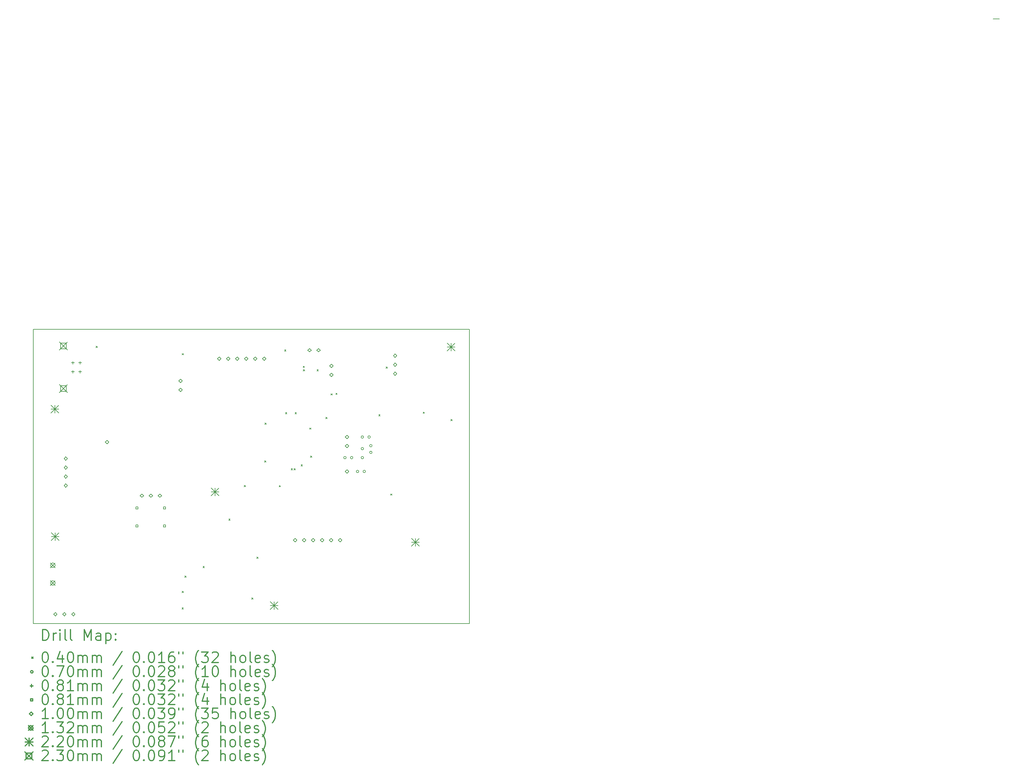
<source format=gbr>
%FSLAX45Y45*%
G04 Gerber Fmt 4.5, Leading zero omitted, Abs format (unit mm)*
G04 Created by KiCad (PCBNEW 4.0.4-stable) date 09/20/17 09:44:48*
%MOMM*%
%LPD*%
G01*
G04 APERTURE LIST*
%ADD10C,0.127000*%
%ADD11C,0.150000*%
%ADD12C,0.200000*%
%ADD13C,0.300000*%
G04 APERTURE END LIST*
D10*
D11*
X29718000Y0D02*
X29540200Y0D01*
X14757400Y-17067500D02*
X14757400Y-8762494D01*
X2447500Y-17068800D02*
X14757500Y-17068800D01*
X2447500Y-8762497D02*
X2447500Y-17068802D01*
X14757501Y-8763000D02*
X2447500Y-8763000D01*
D12*
X4220000Y-9241000D02*
X4260000Y-9281000D01*
X4260000Y-9241000D02*
X4220000Y-9281000D01*
X6642000Y-16621000D02*
X6682000Y-16661000D01*
X6682000Y-16621000D02*
X6642000Y-16661000D01*
X6646000Y-16157000D02*
X6686000Y-16197000D01*
X6686000Y-16157000D02*
X6646000Y-16197000D01*
X6650000Y-9448000D02*
X6690000Y-9488000D01*
X6690000Y-9448000D02*
X6650000Y-9488000D01*
X6722000Y-15725000D02*
X6762000Y-15765000D01*
X6762000Y-15725000D02*
X6722000Y-15765000D01*
X7235000Y-15455000D02*
X7275000Y-15495000D01*
X7275000Y-15455000D02*
X7235000Y-15495000D01*
X7964000Y-14116000D02*
X8004000Y-14156000D01*
X8004000Y-14116000D02*
X7964000Y-14156000D01*
X8402500Y-13166500D02*
X8442500Y-13206500D01*
X8442500Y-13166500D02*
X8402500Y-13206500D01*
X8612000Y-16341000D02*
X8652000Y-16381000D01*
X8652000Y-16341000D02*
X8612000Y-16381000D01*
X8756000Y-15192000D02*
X8796000Y-15232000D01*
X8796000Y-15192000D02*
X8756000Y-15232000D01*
X8978000Y-12475000D02*
X9018000Y-12515000D01*
X9018000Y-12475000D02*
X8978000Y-12515000D01*
X8982000Y-11408000D02*
X9022000Y-11448000D01*
X9022000Y-11408000D02*
X8982000Y-11448000D01*
X9387000Y-13174000D02*
X9427000Y-13214000D01*
X9427000Y-13174000D02*
X9387000Y-13214000D01*
X9538000Y-9340000D02*
X9578000Y-9380000D01*
X9578000Y-9340000D02*
X9538000Y-9380000D01*
X9565000Y-11112500D02*
X9605000Y-11152500D01*
X9605000Y-11112500D02*
X9565000Y-11152500D01*
X9725000Y-12696000D02*
X9765000Y-12736000D01*
X9765000Y-12696000D02*
X9725000Y-12736000D01*
X9806000Y-12695499D02*
X9846000Y-12735499D01*
X9846000Y-12695499D02*
X9806000Y-12735499D01*
X9835000Y-11112500D02*
X9875000Y-11152500D01*
X9875000Y-11112500D02*
X9835000Y-11152500D01*
X10005000Y-12587000D02*
X10045000Y-12627000D01*
X10045000Y-12587000D02*
X10005000Y-12627000D01*
X10064000Y-9803000D02*
X10104000Y-9843000D01*
X10104000Y-9803000D02*
X10064000Y-9843000D01*
X10065750Y-9898000D02*
X10105750Y-9938000D01*
X10105750Y-9898000D02*
X10065750Y-9938000D01*
X10243000Y-11547000D02*
X10283000Y-11587000D01*
X10283000Y-11547000D02*
X10243000Y-11587000D01*
X10270000Y-12337000D02*
X10310000Y-12377000D01*
X10310000Y-12337000D02*
X10270000Y-12377000D01*
X10452000Y-9902000D02*
X10492000Y-9942000D01*
X10492000Y-9902000D02*
X10452000Y-9942000D01*
X10701000Y-11247000D02*
X10741000Y-11287000D01*
X10741000Y-11247000D02*
X10701000Y-11287000D01*
X10844000Y-10582000D02*
X10884000Y-10622000D01*
X10884000Y-10582000D02*
X10844000Y-10622000D01*
X10987000Y-10566000D02*
X11027000Y-10606000D01*
X11027000Y-10566000D02*
X10987000Y-10606000D01*
X12197000Y-11172000D02*
X12237000Y-11212000D01*
X12237000Y-11172000D02*
X12197000Y-11212000D01*
X12405000Y-9822000D02*
X12445000Y-9862000D01*
X12445000Y-9822000D02*
X12405000Y-9862000D01*
X12531000Y-13411000D02*
X12571000Y-13451000D01*
X12571000Y-13411000D02*
X12531000Y-13451000D01*
X13450000Y-11099000D02*
X13490000Y-11139000D01*
X13490000Y-11099000D02*
X13450000Y-11139000D01*
X14234000Y-11309000D02*
X14274000Y-11349000D01*
X14274000Y-11309000D02*
X14234000Y-11349000D01*
X11278000Y-12387000D02*
G75*
G03X11278000Y-12387000I-35000J0D01*
G01*
X11468000Y-12387000D02*
G75*
G03X11468000Y-12387000I-35000J0D01*
G01*
X11634000Y-12776000D02*
G75*
G03X11634000Y-12776000I-35000J0D01*
G01*
X11769000Y-12133000D02*
G75*
G03X11769000Y-12133000I-35000J0D01*
G01*
X11769000Y-12387000D02*
G75*
G03X11769000Y-12387000I-35000J0D01*
G01*
X11770000Y-11806000D02*
G75*
G03X11770000Y-11806000I-35000J0D01*
G01*
X11824000Y-12776000D02*
G75*
G03X11824000Y-12776000I-35000J0D01*
G01*
X11960000Y-11806000D02*
G75*
G03X11960000Y-11806000I-35000J0D01*
G01*
X12010000Y-12049000D02*
G75*
G03X12010000Y-12049000I-35000J0D01*
G01*
X12010000Y-12239000D02*
G75*
G03X12010000Y-12239000I-35000J0D01*
G01*
X3565000Y-9667500D02*
X3565000Y-9748500D01*
X3524500Y-9708000D02*
X3605500Y-9708000D01*
X3565000Y-9921500D02*
X3565000Y-10002500D01*
X3524500Y-9962000D02*
X3605500Y-9962000D01*
X3765000Y-9667500D02*
X3765000Y-9748500D01*
X3724500Y-9708000D02*
X3805500Y-9708000D01*
X3765000Y-9921500D02*
X3765000Y-10002500D01*
X3724500Y-9962000D02*
X3805500Y-9962000D01*
X5401237Y-13835737D02*
X5401237Y-13778263D01*
X5343763Y-13778263D01*
X5343763Y-13835737D01*
X5401237Y-13835737D01*
X5401237Y-14343737D02*
X5401237Y-14286263D01*
X5343763Y-14286263D01*
X5343763Y-14343737D01*
X5401237Y-14343737D01*
X6178737Y-13834737D02*
X6178737Y-13777263D01*
X6121263Y-13777263D01*
X6121263Y-13834737D01*
X6178737Y-13834737D01*
X6178737Y-14342737D02*
X6178737Y-14285263D01*
X6121263Y-14285263D01*
X6121263Y-14342737D01*
X6178737Y-14342737D01*
X3069500Y-16857500D02*
X3119500Y-16807500D01*
X3069500Y-16757500D01*
X3019500Y-16807500D01*
X3069500Y-16857500D01*
X3323500Y-16857500D02*
X3373500Y-16807500D01*
X3323500Y-16757500D01*
X3273500Y-16807500D01*
X3323500Y-16857500D01*
X3365000Y-12466000D02*
X3415000Y-12416000D01*
X3365000Y-12366000D01*
X3315000Y-12416000D01*
X3365000Y-12466000D01*
X3365000Y-12720000D02*
X3415000Y-12670000D01*
X3365000Y-12620000D01*
X3315000Y-12670000D01*
X3365000Y-12720000D01*
X3365000Y-12974000D02*
X3415000Y-12924000D01*
X3365000Y-12874000D01*
X3315000Y-12924000D01*
X3365000Y-12974000D01*
X3365000Y-13228000D02*
X3415000Y-13178000D01*
X3365000Y-13128000D01*
X3315000Y-13178000D01*
X3365000Y-13228000D01*
X3577500Y-16857500D02*
X3627500Y-16807500D01*
X3577500Y-16757500D01*
X3527500Y-16807500D01*
X3577500Y-16857500D01*
X4530000Y-11995000D02*
X4580000Y-11945000D01*
X4530000Y-11895000D01*
X4480000Y-11945000D01*
X4530000Y-11995000D01*
X5511000Y-13510000D02*
X5561000Y-13460000D01*
X5511000Y-13410000D01*
X5461000Y-13460000D01*
X5511000Y-13510000D01*
X5765000Y-13510000D02*
X5815000Y-13460000D01*
X5765000Y-13410000D01*
X5715000Y-13460000D01*
X5765000Y-13510000D01*
X6019000Y-13510000D02*
X6069000Y-13460000D01*
X6019000Y-13410000D01*
X5969000Y-13460000D01*
X6019000Y-13510000D01*
X6602500Y-10273500D02*
X6652500Y-10223500D01*
X6602500Y-10173500D01*
X6552500Y-10223500D01*
X6602500Y-10273500D01*
X6602500Y-10527500D02*
X6652500Y-10477500D01*
X6602500Y-10427500D01*
X6552500Y-10477500D01*
X6602500Y-10527500D01*
X7693000Y-9644000D02*
X7743000Y-9594000D01*
X7693000Y-9544000D01*
X7643000Y-9594000D01*
X7693000Y-9644000D01*
X7947000Y-9644000D02*
X7997000Y-9594000D01*
X7947000Y-9544000D01*
X7897000Y-9594000D01*
X7947000Y-9644000D01*
X8201000Y-9644000D02*
X8251000Y-9594000D01*
X8201000Y-9544000D01*
X8151000Y-9594000D01*
X8201000Y-9644000D01*
X8455000Y-9644000D02*
X8505000Y-9594000D01*
X8455000Y-9544000D01*
X8405000Y-9594000D01*
X8455000Y-9644000D01*
X8709000Y-9644000D02*
X8759000Y-9594000D01*
X8709000Y-9544000D01*
X8659000Y-9594000D01*
X8709000Y-9644000D01*
X8963000Y-9644000D02*
X9013000Y-9594000D01*
X8963000Y-9544000D01*
X8913000Y-9594000D01*
X8963000Y-9644000D01*
X9841000Y-14765000D02*
X9891000Y-14715000D01*
X9841000Y-14665000D01*
X9791000Y-14715000D01*
X9841000Y-14765000D01*
X10095000Y-14765000D02*
X10145000Y-14715000D01*
X10095000Y-14665000D01*
X10045000Y-14715000D01*
X10095000Y-14765000D01*
X10241000Y-9404000D02*
X10291000Y-9354000D01*
X10241000Y-9304000D01*
X10191000Y-9354000D01*
X10241000Y-9404000D01*
X10349000Y-14765000D02*
X10399000Y-14715000D01*
X10349000Y-14665000D01*
X10299000Y-14715000D01*
X10349000Y-14765000D01*
X10495000Y-9404000D02*
X10545000Y-9354000D01*
X10495000Y-9304000D01*
X10445000Y-9354000D01*
X10495000Y-9404000D01*
X10603000Y-14765000D02*
X10653000Y-14715000D01*
X10603000Y-14665000D01*
X10553000Y-14715000D01*
X10603000Y-14765000D01*
X10857000Y-14765000D02*
X10907000Y-14715000D01*
X10857000Y-14665000D01*
X10807000Y-14715000D01*
X10857000Y-14765000D01*
X10864000Y-9847000D02*
X10914000Y-9797000D01*
X10864000Y-9747000D01*
X10814000Y-9797000D01*
X10864000Y-9847000D01*
X10864000Y-10101000D02*
X10914000Y-10051000D01*
X10864000Y-10001000D01*
X10814000Y-10051000D01*
X10864000Y-10101000D01*
X11111000Y-14765000D02*
X11161000Y-14715000D01*
X11111000Y-14665000D01*
X11061000Y-14715000D01*
X11111000Y-14765000D01*
X11303000Y-12828000D02*
X11353000Y-12778000D01*
X11303000Y-12728000D01*
X11253000Y-12778000D01*
X11303000Y-12828000D01*
X11305000Y-11856000D02*
X11355000Y-11806000D01*
X11305000Y-11756000D01*
X11255000Y-11806000D01*
X11305000Y-11856000D01*
X11305000Y-12110000D02*
X11355000Y-12060000D01*
X11305000Y-12010000D01*
X11255000Y-12060000D01*
X11305000Y-12110000D01*
X12661000Y-9557000D02*
X12711000Y-9507000D01*
X12661000Y-9457000D01*
X12611000Y-9507000D01*
X12661000Y-9557000D01*
X12661000Y-9811000D02*
X12711000Y-9761000D01*
X12661000Y-9711000D01*
X12611000Y-9761000D01*
X12661000Y-9811000D01*
X12661000Y-10065000D02*
X12711000Y-10015000D01*
X12661000Y-9965000D01*
X12611000Y-10015000D01*
X12661000Y-10065000D01*
X2931200Y-15359800D02*
X3063200Y-15491800D01*
X3063200Y-15359800D02*
X2931200Y-15491800D01*
X3063200Y-15425800D02*
G75*
G03X3063200Y-15425800I-66000J0D01*
G01*
X2931200Y-15859800D02*
X3063200Y-15991800D01*
X3063200Y-15859800D02*
X2931200Y-15991800D01*
X3063200Y-15925800D02*
G75*
G03X3063200Y-15925800I-66000J0D01*
G01*
X2949000Y-10908000D02*
X3169000Y-11128000D01*
X3169000Y-10908000D02*
X2949000Y-11128000D01*
X3059000Y-10908000D02*
X3059000Y-11128000D01*
X2949000Y-11018000D02*
X3169000Y-11018000D01*
X2951000Y-14503000D02*
X3171000Y-14723000D01*
X3171000Y-14503000D02*
X2951000Y-14723000D01*
X3061000Y-14503000D02*
X3061000Y-14723000D01*
X2951000Y-14613000D02*
X3171000Y-14613000D01*
X7468000Y-13242000D02*
X7688000Y-13462000D01*
X7688000Y-13242000D02*
X7468000Y-13462000D01*
X7578000Y-13242000D02*
X7578000Y-13462000D01*
X7468000Y-13352000D02*
X7688000Y-13352000D01*
X9135000Y-16456000D02*
X9355000Y-16676000D01*
X9355000Y-16456000D02*
X9135000Y-16676000D01*
X9245000Y-16456000D02*
X9245000Y-16676000D01*
X9135000Y-16566000D02*
X9355000Y-16566000D01*
X13125000Y-14664000D02*
X13345000Y-14884000D01*
X13345000Y-14664000D02*
X13125000Y-14884000D01*
X13235000Y-14664000D02*
X13235000Y-14884000D01*
X13125000Y-14774000D02*
X13345000Y-14774000D01*
X14128000Y-9158000D02*
X14348000Y-9378000D01*
X14348000Y-9158000D02*
X14128000Y-9378000D01*
X14238000Y-9158000D02*
X14238000Y-9378000D01*
X14128000Y-9268000D02*
X14348000Y-9268000D01*
X3180000Y-9120000D02*
X3410000Y-9350000D01*
X3410000Y-9120000D02*
X3180000Y-9350000D01*
X3376318Y-9316318D02*
X3376318Y-9153682D01*
X3213682Y-9153682D01*
X3213682Y-9316318D01*
X3376318Y-9316318D01*
X3180000Y-10320000D02*
X3410000Y-10550000D01*
X3410000Y-10320000D02*
X3180000Y-10550000D01*
X3376318Y-10516318D02*
X3376318Y-10353682D01*
X3213682Y-10353682D01*
X3213682Y-10516318D01*
X3376318Y-10516318D01*
D13*
X2711429Y-17542017D02*
X2711429Y-17242017D01*
X2782857Y-17242017D01*
X2825714Y-17256303D01*
X2854286Y-17284874D01*
X2868571Y-17313445D01*
X2882857Y-17370588D01*
X2882857Y-17413445D01*
X2868571Y-17470588D01*
X2854286Y-17499160D01*
X2825714Y-17527731D01*
X2782857Y-17542017D01*
X2711429Y-17542017D01*
X3011428Y-17542017D02*
X3011428Y-17342017D01*
X3011428Y-17399160D02*
X3025714Y-17370588D01*
X3040000Y-17356303D01*
X3068571Y-17342017D01*
X3097143Y-17342017D01*
X3197143Y-17542017D02*
X3197143Y-17342017D01*
X3197143Y-17242017D02*
X3182857Y-17256303D01*
X3197143Y-17270588D01*
X3211428Y-17256303D01*
X3197143Y-17242017D01*
X3197143Y-17270588D01*
X3382857Y-17542017D02*
X3354286Y-17527731D01*
X3340000Y-17499160D01*
X3340000Y-17242017D01*
X3540000Y-17542017D02*
X3511428Y-17527731D01*
X3497143Y-17499160D01*
X3497143Y-17242017D01*
X3882857Y-17542017D02*
X3882857Y-17242017D01*
X3982857Y-17456303D01*
X4082857Y-17242017D01*
X4082857Y-17542017D01*
X4354286Y-17542017D02*
X4354286Y-17384874D01*
X4340000Y-17356303D01*
X4311429Y-17342017D01*
X4254286Y-17342017D01*
X4225714Y-17356303D01*
X4354286Y-17527731D02*
X4325714Y-17542017D01*
X4254286Y-17542017D01*
X4225714Y-17527731D01*
X4211429Y-17499160D01*
X4211429Y-17470588D01*
X4225714Y-17442017D01*
X4254286Y-17427731D01*
X4325714Y-17427731D01*
X4354286Y-17413445D01*
X4497143Y-17342017D02*
X4497143Y-17642017D01*
X4497143Y-17356303D02*
X4525714Y-17342017D01*
X4582857Y-17342017D01*
X4611429Y-17356303D01*
X4625714Y-17370588D01*
X4640000Y-17399160D01*
X4640000Y-17484874D01*
X4625714Y-17513445D01*
X4611429Y-17527731D01*
X4582857Y-17542017D01*
X4525714Y-17542017D01*
X4497143Y-17527731D01*
X4768571Y-17513445D02*
X4782857Y-17527731D01*
X4768571Y-17542017D01*
X4754286Y-17527731D01*
X4768571Y-17513445D01*
X4768571Y-17542017D01*
X4768571Y-17356303D02*
X4782857Y-17370588D01*
X4768571Y-17384874D01*
X4754286Y-17370588D01*
X4768571Y-17356303D01*
X4768571Y-17384874D01*
X2400000Y-18016303D02*
X2440000Y-18056303D01*
X2440000Y-18016303D02*
X2400000Y-18056303D01*
X2768571Y-17872017D02*
X2797143Y-17872017D01*
X2825714Y-17886303D01*
X2840000Y-17900588D01*
X2854286Y-17929160D01*
X2868571Y-17986303D01*
X2868571Y-18057731D01*
X2854286Y-18114874D01*
X2840000Y-18143445D01*
X2825714Y-18157731D01*
X2797143Y-18172017D01*
X2768571Y-18172017D01*
X2740000Y-18157731D01*
X2725714Y-18143445D01*
X2711429Y-18114874D01*
X2697143Y-18057731D01*
X2697143Y-17986303D01*
X2711429Y-17929160D01*
X2725714Y-17900588D01*
X2740000Y-17886303D01*
X2768571Y-17872017D01*
X2997143Y-18143445D02*
X3011428Y-18157731D01*
X2997143Y-18172017D01*
X2982857Y-18157731D01*
X2997143Y-18143445D01*
X2997143Y-18172017D01*
X3268571Y-17972017D02*
X3268571Y-18172017D01*
X3197143Y-17857731D02*
X3125714Y-18072017D01*
X3311428Y-18072017D01*
X3482857Y-17872017D02*
X3511428Y-17872017D01*
X3540000Y-17886303D01*
X3554286Y-17900588D01*
X3568571Y-17929160D01*
X3582857Y-17986303D01*
X3582857Y-18057731D01*
X3568571Y-18114874D01*
X3554286Y-18143445D01*
X3540000Y-18157731D01*
X3511428Y-18172017D01*
X3482857Y-18172017D01*
X3454286Y-18157731D01*
X3440000Y-18143445D01*
X3425714Y-18114874D01*
X3411428Y-18057731D01*
X3411428Y-17986303D01*
X3425714Y-17929160D01*
X3440000Y-17900588D01*
X3454286Y-17886303D01*
X3482857Y-17872017D01*
X3711428Y-18172017D02*
X3711428Y-17972017D01*
X3711428Y-18000588D02*
X3725714Y-17986303D01*
X3754286Y-17972017D01*
X3797143Y-17972017D01*
X3825714Y-17986303D01*
X3840000Y-18014874D01*
X3840000Y-18172017D01*
X3840000Y-18014874D02*
X3854286Y-17986303D01*
X3882857Y-17972017D01*
X3925714Y-17972017D01*
X3954286Y-17986303D01*
X3968571Y-18014874D01*
X3968571Y-18172017D01*
X4111428Y-18172017D02*
X4111428Y-17972017D01*
X4111428Y-18000588D02*
X4125714Y-17986303D01*
X4154286Y-17972017D01*
X4197143Y-17972017D01*
X4225714Y-17986303D01*
X4240000Y-18014874D01*
X4240000Y-18172017D01*
X4240000Y-18014874D02*
X4254286Y-17986303D01*
X4282857Y-17972017D01*
X4325714Y-17972017D01*
X4354286Y-17986303D01*
X4368571Y-18014874D01*
X4368571Y-18172017D01*
X4954286Y-17857731D02*
X4697143Y-18243445D01*
X5340000Y-17872017D02*
X5368571Y-17872017D01*
X5397143Y-17886303D01*
X5411428Y-17900588D01*
X5425714Y-17929160D01*
X5440000Y-17986303D01*
X5440000Y-18057731D01*
X5425714Y-18114874D01*
X5411428Y-18143445D01*
X5397143Y-18157731D01*
X5368571Y-18172017D01*
X5340000Y-18172017D01*
X5311428Y-18157731D01*
X5297143Y-18143445D01*
X5282857Y-18114874D01*
X5268571Y-18057731D01*
X5268571Y-17986303D01*
X5282857Y-17929160D01*
X5297143Y-17900588D01*
X5311428Y-17886303D01*
X5340000Y-17872017D01*
X5568571Y-18143445D02*
X5582857Y-18157731D01*
X5568571Y-18172017D01*
X5554286Y-18157731D01*
X5568571Y-18143445D01*
X5568571Y-18172017D01*
X5768571Y-17872017D02*
X5797143Y-17872017D01*
X5825714Y-17886303D01*
X5840000Y-17900588D01*
X5854285Y-17929160D01*
X5868571Y-17986303D01*
X5868571Y-18057731D01*
X5854285Y-18114874D01*
X5840000Y-18143445D01*
X5825714Y-18157731D01*
X5797143Y-18172017D01*
X5768571Y-18172017D01*
X5740000Y-18157731D01*
X5725714Y-18143445D01*
X5711428Y-18114874D01*
X5697143Y-18057731D01*
X5697143Y-17986303D01*
X5711428Y-17929160D01*
X5725714Y-17900588D01*
X5740000Y-17886303D01*
X5768571Y-17872017D01*
X6154285Y-18172017D02*
X5982857Y-18172017D01*
X6068571Y-18172017D02*
X6068571Y-17872017D01*
X6040000Y-17914874D01*
X6011428Y-17943445D01*
X5982857Y-17957731D01*
X6411428Y-17872017D02*
X6354285Y-17872017D01*
X6325714Y-17886303D01*
X6311428Y-17900588D01*
X6282857Y-17943445D01*
X6268571Y-18000588D01*
X6268571Y-18114874D01*
X6282857Y-18143445D01*
X6297143Y-18157731D01*
X6325714Y-18172017D01*
X6382857Y-18172017D01*
X6411428Y-18157731D01*
X6425714Y-18143445D01*
X6440000Y-18114874D01*
X6440000Y-18043445D01*
X6425714Y-18014874D01*
X6411428Y-18000588D01*
X6382857Y-17986303D01*
X6325714Y-17986303D01*
X6297143Y-18000588D01*
X6282857Y-18014874D01*
X6268571Y-18043445D01*
X6554286Y-17872017D02*
X6554286Y-17929160D01*
X6668571Y-17872017D02*
X6668571Y-17929160D01*
X7111428Y-18286303D02*
X7097143Y-18272017D01*
X7068571Y-18229160D01*
X7054285Y-18200588D01*
X7040000Y-18157731D01*
X7025714Y-18086303D01*
X7025714Y-18029160D01*
X7040000Y-17957731D01*
X7054285Y-17914874D01*
X7068571Y-17886303D01*
X7097143Y-17843445D01*
X7111428Y-17829160D01*
X7197143Y-17872017D02*
X7382857Y-17872017D01*
X7282857Y-17986303D01*
X7325714Y-17986303D01*
X7354285Y-18000588D01*
X7368571Y-18014874D01*
X7382857Y-18043445D01*
X7382857Y-18114874D01*
X7368571Y-18143445D01*
X7354285Y-18157731D01*
X7325714Y-18172017D01*
X7240000Y-18172017D01*
X7211428Y-18157731D01*
X7197143Y-18143445D01*
X7497143Y-17900588D02*
X7511428Y-17886303D01*
X7540000Y-17872017D01*
X7611428Y-17872017D01*
X7640000Y-17886303D01*
X7654285Y-17900588D01*
X7668571Y-17929160D01*
X7668571Y-17957731D01*
X7654285Y-18000588D01*
X7482857Y-18172017D01*
X7668571Y-18172017D01*
X8025714Y-18172017D02*
X8025714Y-17872017D01*
X8154285Y-18172017D02*
X8154285Y-18014874D01*
X8140000Y-17986303D01*
X8111428Y-17972017D01*
X8068571Y-17972017D01*
X8040000Y-17986303D01*
X8025714Y-18000588D01*
X8340000Y-18172017D02*
X8311428Y-18157731D01*
X8297143Y-18143445D01*
X8282857Y-18114874D01*
X8282857Y-18029160D01*
X8297143Y-18000588D01*
X8311428Y-17986303D01*
X8340000Y-17972017D01*
X8382857Y-17972017D01*
X8411428Y-17986303D01*
X8425714Y-18000588D01*
X8440000Y-18029160D01*
X8440000Y-18114874D01*
X8425714Y-18143445D01*
X8411428Y-18157731D01*
X8382857Y-18172017D01*
X8340000Y-18172017D01*
X8611428Y-18172017D02*
X8582857Y-18157731D01*
X8568571Y-18129160D01*
X8568571Y-17872017D01*
X8840000Y-18157731D02*
X8811429Y-18172017D01*
X8754286Y-18172017D01*
X8725714Y-18157731D01*
X8711429Y-18129160D01*
X8711429Y-18014874D01*
X8725714Y-17986303D01*
X8754286Y-17972017D01*
X8811429Y-17972017D01*
X8840000Y-17986303D01*
X8854286Y-18014874D01*
X8854286Y-18043445D01*
X8711429Y-18072017D01*
X8968571Y-18157731D02*
X8997143Y-18172017D01*
X9054286Y-18172017D01*
X9082857Y-18157731D01*
X9097143Y-18129160D01*
X9097143Y-18114874D01*
X9082857Y-18086303D01*
X9054286Y-18072017D01*
X9011429Y-18072017D01*
X8982857Y-18057731D01*
X8968571Y-18029160D01*
X8968571Y-18014874D01*
X8982857Y-17986303D01*
X9011429Y-17972017D01*
X9054286Y-17972017D01*
X9082857Y-17986303D01*
X9197143Y-18286303D02*
X9211429Y-18272017D01*
X9240000Y-18229160D01*
X9254286Y-18200588D01*
X9268571Y-18157731D01*
X9282857Y-18086303D01*
X9282857Y-18029160D01*
X9268571Y-17957731D01*
X9254286Y-17914874D01*
X9240000Y-17886303D01*
X9211429Y-17843445D01*
X9197143Y-17829160D01*
X2440000Y-18432303D02*
G75*
G03X2440000Y-18432303I-35000J0D01*
G01*
X2768571Y-18268017D02*
X2797143Y-18268017D01*
X2825714Y-18282303D01*
X2840000Y-18296588D01*
X2854286Y-18325160D01*
X2868571Y-18382303D01*
X2868571Y-18453731D01*
X2854286Y-18510874D01*
X2840000Y-18539445D01*
X2825714Y-18553731D01*
X2797143Y-18568017D01*
X2768571Y-18568017D01*
X2740000Y-18553731D01*
X2725714Y-18539445D01*
X2711429Y-18510874D01*
X2697143Y-18453731D01*
X2697143Y-18382303D01*
X2711429Y-18325160D01*
X2725714Y-18296588D01*
X2740000Y-18282303D01*
X2768571Y-18268017D01*
X2997143Y-18539445D02*
X3011428Y-18553731D01*
X2997143Y-18568017D01*
X2982857Y-18553731D01*
X2997143Y-18539445D01*
X2997143Y-18568017D01*
X3111428Y-18268017D02*
X3311428Y-18268017D01*
X3182857Y-18568017D01*
X3482857Y-18268017D02*
X3511428Y-18268017D01*
X3540000Y-18282303D01*
X3554286Y-18296588D01*
X3568571Y-18325160D01*
X3582857Y-18382303D01*
X3582857Y-18453731D01*
X3568571Y-18510874D01*
X3554286Y-18539445D01*
X3540000Y-18553731D01*
X3511428Y-18568017D01*
X3482857Y-18568017D01*
X3454286Y-18553731D01*
X3440000Y-18539445D01*
X3425714Y-18510874D01*
X3411428Y-18453731D01*
X3411428Y-18382303D01*
X3425714Y-18325160D01*
X3440000Y-18296588D01*
X3454286Y-18282303D01*
X3482857Y-18268017D01*
X3711428Y-18568017D02*
X3711428Y-18368017D01*
X3711428Y-18396588D02*
X3725714Y-18382303D01*
X3754286Y-18368017D01*
X3797143Y-18368017D01*
X3825714Y-18382303D01*
X3840000Y-18410874D01*
X3840000Y-18568017D01*
X3840000Y-18410874D02*
X3854286Y-18382303D01*
X3882857Y-18368017D01*
X3925714Y-18368017D01*
X3954286Y-18382303D01*
X3968571Y-18410874D01*
X3968571Y-18568017D01*
X4111428Y-18568017D02*
X4111428Y-18368017D01*
X4111428Y-18396588D02*
X4125714Y-18382303D01*
X4154286Y-18368017D01*
X4197143Y-18368017D01*
X4225714Y-18382303D01*
X4240000Y-18410874D01*
X4240000Y-18568017D01*
X4240000Y-18410874D02*
X4254286Y-18382303D01*
X4282857Y-18368017D01*
X4325714Y-18368017D01*
X4354286Y-18382303D01*
X4368571Y-18410874D01*
X4368571Y-18568017D01*
X4954286Y-18253731D02*
X4697143Y-18639445D01*
X5340000Y-18268017D02*
X5368571Y-18268017D01*
X5397143Y-18282303D01*
X5411428Y-18296588D01*
X5425714Y-18325160D01*
X5440000Y-18382303D01*
X5440000Y-18453731D01*
X5425714Y-18510874D01*
X5411428Y-18539445D01*
X5397143Y-18553731D01*
X5368571Y-18568017D01*
X5340000Y-18568017D01*
X5311428Y-18553731D01*
X5297143Y-18539445D01*
X5282857Y-18510874D01*
X5268571Y-18453731D01*
X5268571Y-18382303D01*
X5282857Y-18325160D01*
X5297143Y-18296588D01*
X5311428Y-18282303D01*
X5340000Y-18268017D01*
X5568571Y-18539445D02*
X5582857Y-18553731D01*
X5568571Y-18568017D01*
X5554286Y-18553731D01*
X5568571Y-18539445D01*
X5568571Y-18568017D01*
X5768571Y-18268017D02*
X5797143Y-18268017D01*
X5825714Y-18282303D01*
X5840000Y-18296588D01*
X5854285Y-18325160D01*
X5868571Y-18382303D01*
X5868571Y-18453731D01*
X5854285Y-18510874D01*
X5840000Y-18539445D01*
X5825714Y-18553731D01*
X5797143Y-18568017D01*
X5768571Y-18568017D01*
X5740000Y-18553731D01*
X5725714Y-18539445D01*
X5711428Y-18510874D01*
X5697143Y-18453731D01*
X5697143Y-18382303D01*
X5711428Y-18325160D01*
X5725714Y-18296588D01*
X5740000Y-18282303D01*
X5768571Y-18268017D01*
X5982857Y-18296588D02*
X5997143Y-18282303D01*
X6025714Y-18268017D01*
X6097143Y-18268017D01*
X6125714Y-18282303D01*
X6140000Y-18296588D01*
X6154285Y-18325160D01*
X6154285Y-18353731D01*
X6140000Y-18396588D01*
X5968571Y-18568017D01*
X6154285Y-18568017D01*
X6325714Y-18396588D02*
X6297143Y-18382303D01*
X6282857Y-18368017D01*
X6268571Y-18339445D01*
X6268571Y-18325160D01*
X6282857Y-18296588D01*
X6297143Y-18282303D01*
X6325714Y-18268017D01*
X6382857Y-18268017D01*
X6411428Y-18282303D01*
X6425714Y-18296588D01*
X6440000Y-18325160D01*
X6440000Y-18339445D01*
X6425714Y-18368017D01*
X6411428Y-18382303D01*
X6382857Y-18396588D01*
X6325714Y-18396588D01*
X6297143Y-18410874D01*
X6282857Y-18425160D01*
X6268571Y-18453731D01*
X6268571Y-18510874D01*
X6282857Y-18539445D01*
X6297143Y-18553731D01*
X6325714Y-18568017D01*
X6382857Y-18568017D01*
X6411428Y-18553731D01*
X6425714Y-18539445D01*
X6440000Y-18510874D01*
X6440000Y-18453731D01*
X6425714Y-18425160D01*
X6411428Y-18410874D01*
X6382857Y-18396588D01*
X6554286Y-18268017D02*
X6554286Y-18325160D01*
X6668571Y-18268017D02*
X6668571Y-18325160D01*
X7111428Y-18682303D02*
X7097143Y-18668017D01*
X7068571Y-18625160D01*
X7054285Y-18596588D01*
X7040000Y-18553731D01*
X7025714Y-18482303D01*
X7025714Y-18425160D01*
X7040000Y-18353731D01*
X7054285Y-18310874D01*
X7068571Y-18282303D01*
X7097143Y-18239445D01*
X7111428Y-18225160D01*
X7382857Y-18568017D02*
X7211428Y-18568017D01*
X7297143Y-18568017D02*
X7297143Y-18268017D01*
X7268571Y-18310874D01*
X7240000Y-18339445D01*
X7211428Y-18353731D01*
X7568571Y-18268017D02*
X7597143Y-18268017D01*
X7625714Y-18282303D01*
X7640000Y-18296588D01*
X7654285Y-18325160D01*
X7668571Y-18382303D01*
X7668571Y-18453731D01*
X7654285Y-18510874D01*
X7640000Y-18539445D01*
X7625714Y-18553731D01*
X7597143Y-18568017D01*
X7568571Y-18568017D01*
X7540000Y-18553731D01*
X7525714Y-18539445D01*
X7511428Y-18510874D01*
X7497143Y-18453731D01*
X7497143Y-18382303D01*
X7511428Y-18325160D01*
X7525714Y-18296588D01*
X7540000Y-18282303D01*
X7568571Y-18268017D01*
X8025714Y-18568017D02*
X8025714Y-18268017D01*
X8154285Y-18568017D02*
X8154285Y-18410874D01*
X8140000Y-18382303D01*
X8111428Y-18368017D01*
X8068571Y-18368017D01*
X8040000Y-18382303D01*
X8025714Y-18396588D01*
X8340000Y-18568017D02*
X8311428Y-18553731D01*
X8297143Y-18539445D01*
X8282857Y-18510874D01*
X8282857Y-18425160D01*
X8297143Y-18396588D01*
X8311428Y-18382303D01*
X8340000Y-18368017D01*
X8382857Y-18368017D01*
X8411428Y-18382303D01*
X8425714Y-18396588D01*
X8440000Y-18425160D01*
X8440000Y-18510874D01*
X8425714Y-18539445D01*
X8411428Y-18553731D01*
X8382857Y-18568017D01*
X8340000Y-18568017D01*
X8611428Y-18568017D02*
X8582857Y-18553731D01*
X8568571Y-18525160D01*
X8568571Y-18268017D01*
X8840000Y-18553731D02*
X8811429Y-18568017D01*
X8754286Y-18568017D01*
X8725714Y-18553731D01*
X8711429Y-18525160D01*
X8711429Y-18410874D01*
X8725714Y-18382303D01*
X8754286Y-18368017D01*
X8811429Y-18368017D01*
X8840000Y-18382303D01*
X8854286Y-18410874D01*
X8854286Y-18439445D01*
X8711429Y-18468017D01*
X8968571Y-18553731D02*
X8997143Y-18568017D01*
X9054286Y-18568017D01*
X9082857Y-18553731D01*
X9097143Y-18525160D01*
X9097143Y-18510874D01*
X9082857Y-18482303D01*
X9054286Y-18468017D01*
X9011429Y-18468017D01*
X8982857Y-18453731D01*
X8968571Y-18425160D01*
X8968571Y-18410874D01*
X8982857Y-18382303D01*
X9011429Y-18368017D01*
X9054286Y-18368017D01*
X9082857Y-18382303D01*
X9197143Y-18682303D02*
X9211429Y-18668017D01*
X9240000Y-18625160D01*
X9254286Y-18596588D01*
X9268571Y-18553731D01*
X9282857Y-18482303D01*
X9282857Y-18425160D01*
X9268571Y-18353731D01*
X9254286Y-18310874D01*
X9240000Y-18282303D01*
X9211429Y-18239445D01*
X9197143Y-18225160D01*
X2399500Y-18787803D02*
X2399500Y-18868803D01*
X2359000Y-18828303D02*
X2440000Y-18828303D01*
X2768571Y-18664017D02*
X2797143Y-18664017D01*
X2825714Y-18678303D01*
X2840000Y-18692588D01*
X2854286Y-18721160D01*
X2868571Y-18778303D01*
X2868571Y-18849731D01*
X2854286Y-18906874D01*
X2840000Y-18935445D01*
X2825714Y-18949731D01*
X2797143Y-18964017D01*
X2768571Y-18964017D01*
X2740000Y-18949731D01*
X2725714Y-18935445D01*
X2711429Y-18906874D01*
X2697143Y-18849731D01*
X2697143Y-18778303D01*
X2711429Y-18721160D01*
X2725714Y-18692588D01*
X2740000Y-18678303D01*
X2768571Y-18664017D01*
X2997143Y-18935445D02*
X3011428Y-18949731D01*
X2997143Y-18964017D01*
X2982857Y-18949731D01*
X2997143Y-18935445D01*
X2997143Y-18964017D01*
X3182857Y-18792588D02*
X3154286Y-18778303D01*
X3140000Y-18764017D01*
X3125714Y-18735445D01*
X3125714Y-18721160D01*
X3140000Y-18692588D01*
X3154286Y-18678303D01*
X3182857Y-18664017D01*
X3240000Y-18664017D01*
X3268571Y-18678303D01*
X3282857Y-18692588D01*
X3297143Y-18721160D01*
X3297143Y-18735445D01*
X3282857Y-18764017D01*
X3268571Y-18778303D01*
X3240000Y-18792588D01*
X3182857Y-18792588D01*
X3154286Y-18806874D01*
X3140000Y-18821160D01*
X3125714Y-18849731D01*
X3125714Y-18906874D01*
X3140000Y-18935445D01*
X3154286Y-18949731D01*
X3182857Y-18964017D01*
X3240000Y-18964017D01*
X3268571Y-18949731D01*
X3282857Y-18935445D01*
X3297143Y-18906874D01*
X3297143Y-18849731D01*
X3282857Y-18821160D01*
X3268571Y-18806874D01*
X3240000Y-18792588D01*
X3582857Y-18964017D02*
X3411428Y-18964017D01*
X3497143Y-18964017D02*
X3497143Y-18664017D01*
X3468571Y-18706874D01*
X3440000Y-18735445D01*
X3411428Y-18749731D01*
X3711428Y-18964017D02*
X3711428Y-18764017D01*
X3711428Y-18792588D02*
X3725714Y-18778303D01*
X3754286Y-18764017D01*
X3797143Y-18764017D01*
X3825714Y-18778303D01*
X3840000Y-18806874D01*
X3840000Y-18964017D01*
X3840000Y-18806874D02*
X3854286Y-18778303D01*
X3882857Y-18764017D01*
X3925714Y-18764017D01*
X3954286Y-18778303D01*
X3968571Y-18806874D01*
X3968571Y-18964017D01*
X4111428Y-18964017D02*
X4111428Y-18764017D01*
X4111428Y-18792588D02*
X4125714Y-18778303D01*
X4154286Y-18764017D01*
X4197143Y-18764017D01*
X4225714Y-18778303D01*
X4240000Y-18806874D01*
X4240000Y-18964017D01*
X4240000Y-18806874D02*
X4254286Y-18778303D01*
X4282857Y-18764017D01*
X4325714Y-18764017D01*
X4354286Y-18778303D01*
X4368571Y-18806874D01*
X4368571Y-18964017D01*
X4954286Y-18649731D02*
X4697143Y-19035445D01*
X5340000Y-18664017D02*
X5368571Y-18664017D01*
X5397143Y-18678303D01*
X5411428Y-18692588D01*
X5425714Y-18721160D01*
X5440000Y-18778303D01*
X5440000Y-18849731D01*
X5425714Y-18906874D01*
X5411428Y-18935445D01*
X5397143Y-18949731D01*
X5368571Y-18964017D01*
X5340000Y-18964017D01*
X5311428Y-18949731D01*
X5297143Y-18935445D01*
X5282857Y-18906874D01*
X5268571Y-18849731D01*
X5268571Y-18778303D01*
X5282857Y-18721160D01*
X5297143Y-18692588D01*
X5311428Y-18678303D01*
X5340000Y-18664017D01*
X5568571Y-18935445D02*
X5582857Y-18949731D01*
X5568571Y-18964017D01*
X5554286Y-18949731D01*
X5568571Y-18935445D01*
X5568571Y-18964017D01*
X5768571Y-18664017D02*
X5797143Y-18664017D01*
X5825714Y-18678303D01*
X5840000Y-18692588D01*
X5854285Y-18721160D01*
X5868571Y-18778303D01*
X5868571Y-18849731D01*
X5854285Y-18906874D01*
X5840000Y-18935445D01*
X5825714Y-18949731D01*
X5797143Y-18964017D01*
X5768571Y-18964017D01*
X5740000Y-18949731D01*
X5725714Y-18935445D01*
X5711428Y-18906874D01*
X5697143Y-18849731D01*
X5697143Y-18778303D01*
X5711428Y-18721160D01*
X5725714Y-18692588D01*
X5740000Y-18678303D01*
X5768571Y-18664017D01*
X5968571Y-18664017D02*
X6154285Y-18664017D01*
X6054285Y-18778303D01*
X6097143Y-18778303D01*
X6125714Y-18792588D01*
X6140000Y-18806874D01*
X6154285Y-18835445D01*
X6154285Y-18906874D01*
X6140000Y-18935445D01*
X6125714Y-18949731D01*
X6097143Y-18964017D01*
X6011428Y-18964017D01*
X5982857Y-18949731D01*
X5968571Y-18935445D01*
X6268571Y-18692588D02*
X6282857Y-18678303D01*
X6311428Y-18664017D01*
X6382857Y-18664017D01*
X6411428Y-18678303D01*
X6425714Y-18692588D01*
X6440000Y-18721160D01*
X6440000Y-18749731D01*
X6425714Y-18792588D01*
X6254285Y-18964017D01*
X6440000Y-18964017D01*
X6554286Y-18664017D02*
X6554286Y-18721160D01*
X6668571Y-18664017D02*
X6668571Y-18721160D01*
X7111428Y-19078303D02*
X7097143Y-19064017D01*
X7068571Y-19021160D01*
X7054285Y-18992588D01*
X7040000Y-18949731D01*
X7025714Y-18878303D01*
X7025714Y-18821160D01*
X7040000Y-18749731D01*
X7054285Y-18706874D01*
X7068571Y-18678303D01*
X7097143Y-18635445D01*
X7111428Y-18621160D01*
X7354285Y-18764017D02*
X7354285Y-18964017D01*
X7282857Y-18649731D02*
X7211428Y-18864017D01*
X7397143Y-18864017D01*
X7740000Y-18964017D02*
X7740000Y-18664017D01*
X7868571Y-18964017D02*
X7868571Y-18806874D01*
X7854285Y-18778303D01*
X7825714Y-18764017D01*
X7782857Y-18764017D01*
X7754285Y-18778303D01*
X7740000Y-18792588D01*
X8054285Y-18964017D02*
X8025714Y-18949731D01*
X8011428Y-18935445D01*
X7997143Y-18906874D01*
X7997143Y-18821160D01*
X8011428Y-18792588D01*
X8025714Y-18778303D01*
X8054285Y-18764017D01*
X8097143Y-18764017D01*
X8125714Y-18778303D01*
X8140000Y-18792588D01*
X8154285Y-18821160D01*
X8154285Y-18906874D01*
X8140000Y-18935445D01*
X8125714Y-18949731D01*
X8097143Y-18964017D01*
X8054285Y-18964017D01*
X8325714Y-18964017D02*
X8297143Y-18949731D01*
X8282857Y-18921160D01*
X8282857Y-18664017D01*
X8554286Y-18949731D02*
X8525714Y-18964017D01*
X8468571Y-18964017D01*
X8440000Y-18949731D01*
X8425714Y-18921160D01*
X8425714Y-18806874D01*
X8440000Y-18778303D01*
X8468571Y-18764017D01*
X8525714Y-18764017D01*
X8554286Y-18778303D01*
X8568571Y-18806874D01*
X8568571Y-18835445D01*
X8425714Y-18864017D01*
X8682857Y-18949731D02*
X8711429Y-18964017D01*
X8768571Y-18964017D01*
X8797143Y-18949731D01*
X8811429Y-18921160D01*
X8811429Y-18906874D01*
X8797143Y-18878303D01*
X8768571Y-18864017D01*
X8725714Y-18864017D01*
X8697143Y-18849731D01*
X8682857Y-18821160D01*
X8682857Y-18806874D01*
X8697143Y-18778303D01*
X8725714Y-18764017D01*
X8768571Y-18764017D01*
X8797143Y-18778303D01*
X8911428Y-19078303D02*
X8925714Y-19064017D01*
X8954286Y-19021160D01*
X8968571Y-18992588D01*
X8982857Y-18949731D01*
X8997143Y-18878303D01*
X8997143Y-18821160D01*
X8982857Y-18749731D01*
X8968571Y-18706874D01*
X8954286Y-18678303D01*
X8925714Y-18635445D01*
X8911428Y-18621160D01*
X2428097Y-19253040D02*
X2428097Y-19195565D01*
X2370623Y-19195565D01*
X2370623Y-19253040D01*
X2428097Y-19253040D01*
X2768571Y-19060017D02*
X2797143Y-19060017D01*
X2825714Y-19074303D01*
X2840000Y-19088588D01*
X2854286Y-19117160D01*
X2868571Y-19174303D01*
X2868571Y-19245731D01*
X2854286Y-19302874D01*
X2840000Y-19331445D01*
X2825714Y-19345731D01*
X2797143Y-19360017D01*
X2768571Y-19360017D01*
X2740000Y-19345731D01*
X2725714Y-19331445D01*
X2711429Y-19302874D01*
X2697143Y-19245731D01*
X2697143Y-19174303D01*
X2711429Y-19117160D01*
X2725714Y-19088588D01*
X2740000Y-19074303D01*
X2768571Y-19060017D01*
X2997143Y-19331445D02*
X3011428Y-19345731D01*
X2997143Y-19360017D01*
X2982857Y-19345731D01*
X2997143Y-19331445D01*
X2997143Y-19360017D01*
X3182857Y-19188588D02*
X3154286Y-19174303D01*
X3140000Y-19160017D01*
X3125714Y-19131445D01*
X3125714Y-19117160D01*
X3140000Y-19088588D01*
X3154286Y-19074303D01*
X3182857Y-19060017D01*
X3240000Y-19060017D01*
X3268571Y-19074303D01*
X3282857Y-19088588D01*
X3297143Y-19117160D01*
X3297143Y-19131445D01*
X3282857Y-19160017D01*
X3268571Y-19174303D01*
X3240000Y-19188588D01*
X3182857Y-19188588D01*
X3154286Y-19202874D01*
X3140000Y-19217160D01*
X3125714Y-19245731D01*
X3125714Y-19302874D01*
X3140000Y-19331445D01*
X3154286Y-19345731D01*
X3182857Y-19360017D01*
X3240000Y-19360017D01*
X3268571Y-19345731D01*
X3282857Y-19331445D01*
X3297143Y-19302874D01*
X3297143Y-19245731D01*
X3282857Y-19217160D01*
X3268571Y-19202874D01*
X3240000Y-19188588D01*
X3582857Y-19360017D02*
X3411428Y-19360017D01*
X3497143Y-19360017D02*
X3497143Y-19060017D01*
X3468571Y-19102874D01*
X3440000Y-19131445D01*
X3411428Y-19145731D01*
X3711428Y-19360017D02*
X3711428Y-19160017D01*
X3711428Y-19188588D02*
X3725714Y-19174303D01*
X3754286Y-19160017D01*
X3797143Y-19160017D01*
X3825714Y-19174303D01*
X3840000Y-19202874D01*
X3840000Y-19360017D01*
X3840000Y-19202874D02*
X3854286Y-19174303D01*
X3882857Y-19160017D01*
X3925714Y-19160017D01*
X3954286Y-19174303D01*
X3968571Y-19202874D01*
X3968571Y-19360017D01*
X4111428Y-19360017D02*
X4111428Y-19160017D01*
X4111428Y-19188588D02*
X4125714Y-19174303D01*
X4154286Y-19160017D01*
X4197143Y-19160017D01*
X4225714Y-19174303D01*
X4240000Y-19202874D01*
X4240000Y-19360017D01*
X4240000Y-19202874D02*
X4254286Y-19174303D01*
X4282857Y-19160017D01*
X4325714Y-19160017D01*
X4354286Y-19174303D01*
X4368571Y-19202874D01*
X4368571Y-19360017D01*
X4954286Y-19045731D02*
X4697143Y-19431445D01*
X5340000Y-19060017D02*
X5368571Y-19060017D01*
X5397143Y-19074303D01*
X5411428Y-19088588D01*
X5425714Y-19117160D01*
X5440000Y-19174303D01*
X5440000Y-19245731D01*
X5425714Y-19302874D01*
X5411428Y-19331445D01*
X5397143Y-19345731D01*
X5368571Y-19360017D01*
X5340000Y-19360017D01*
X5311428Y-19345731D01*
X5297143Y-19331445D01*
X5282857Y-19302874D01*
X5268571Y-19245731D01*
X5268571Y-19174303D01*
X5282857Y-19117160D01*
X5297143Y-19088588D01*
X5311428Y-19074303D01*
X5340000Y-19060017D01*
X5568571Y-19331445D02*
X5582857Y-19345731D01*
X5568571Y-19360017D01*
X5554286Y-19345731D01*
X5568571Y-19331445D01*
X5568571Y-19360017D01*
X5768571Y-19060017D02*
X5797143Y-19060017D01*
X5825714Y-19074303D01*
X5840000Y-19088588D01*
X5854285Y-19117160D01*
X5868571Y-19174303D01*
X5868571Y-19245731D01*
X5854285Y-19302874D01*
X5840000Y-19331445D01*
X5825714Y-19345731D01*
X5797143Y-19360017D01*
X5768571Y-19360017D01*
X5740000Y-19345731D01*
X5725714Y-19331445D01*
X5711428Y-19302874D01*
X5697143Y-19245731D01*
X5697143Y-19174303D01*
X5711428Y-19117160D01*
X5725714Y-19088588D01*
X5740000Y-19074303D01*
X5768571Y-19060017D01*
X5968571Y-19060017D02*
X6154285Y-19060017D01*
X6054285Y-19174303D01*
X6097143Y-19174303D01*
X6125714Y-19188588D01*
X6140000Y-19202874D01*
X6154285Y-19231445D01*
X6154285Y-19302874D01*
X6140000Y-19331445D01*
X6125714Y-19345731D01*
X6097143Y-19360017D01*
X6011428Y-19360017D01*
X5982857Y-19345731D01*
X5968571Y-19331445D01*
X6268571Y-19088588D02*
X6282857Y-19074303D01*
X6311428Y-19060017D01*
X6382857Y-19060017D01*
X6411428Y-19074303D01*
X6425714Y-19088588D01*
X6440000Y-19117160D01*
X6440000Y-19145731D01*
X6425714Y-19188588D01*
X6254285Y-19360017D01*
X6440000Y-19360017D01*
X6554286Y-19060017D02*
X6554286Y-19117160D01*
X6668571Y-19060017D02*
X6668571Y-19117160D01*
X7111428Y-19474303D02*
X7097143Y-19460017D01*
X7068571Y-19417160D01*
X7054285Y-19388588D01*
X7040000Y-19345731D01*
X7025714Y-19274303D01*
X7025714Y-19217160D01*
X7040000Y-19145731D01*
X7054285Y-19102874D01*
X7068571Y-19074303D01*
X7097143Y-19031445D01*
X7111428Y-19017160D01*
X7354285Y-19160017D02*
X7354285Y-19360017D01*
X7282857Y-19045731D02*
X7211428Y-19260017D01*
X7397143Y-19260017D01*
X7740000Y-19360017D02*
X7740000Y-19060017D01*
X7868571Y-19360017D02*
X7868571Y-19202874D01*
X7854285Y-19174303D01*
X7825714Y-19160017D01*
X7782857Y-19160017D01*
X7754285Y-19174303D01*
X7740000Y-19188588D01*
X8054285Y-19360017D02*
X8025714Y-19345731D01*
X8011428Y-19331445D01*
X7997143Y-19302874D01*
X7997143Y-19217160D01*
X8011428Y-19188588D01*
X8025714Y-19174303D01*
X8054285Y-19160017D01*
X8097143Y-19160017D01*
X8125714Y-19174303D01*
X8140000Y-19188588D01*
X8154285Y-19217160D01*
X8154285Y-19302874D01*
X8140000Y-19331445D01*
X8125714Y-19345731D01*
X8097143Y-19360017D01*
X8054285Y-19360017D01*
X8325714Y-19360017D02*
X8297143Y-19345731D01*
X8282857Y-19317160D01*
X8282857Y-19060017D01*
X8554286Y-19345731D02*
X8525714Y-19360017D01*
X8468571Y-19360017D01*
X8440000Y-19345731D01*
X8425714Y-19317160D01*
X8425714Y-19202874D01*
X8440000Y-19174303D01*
X8468571Y-19160017D01*
X8525714Y-19160017D01*
X8554286Y-19174303D01*
X8568571Y-19202874D01*
X8568571Y-19231445D01*
X8425714Y-19260017D01*
X8682857Y-19345731D02*
X8711429Y-19360017D01*
X8768571Y-19360017D01*
X8797143Y-19345731D01*
X8811429Y-19317160D01*
X8811429Y-19302874D01*
X8797143Y-19274303D01*
X8768571Y-19260017D01*
X8725714Y-19260017D01*
X8697143Y-19245731D01*
X8682857Y-19217160D01*
X8682857Y-19202874D01*
X8697143Y-19174303D01*
X8725714Y-19160017D01*
X8768571Y-19160017D01*
X8797143Y-19174303D01*
X8911428Y-19474303D02*
X8925714Y-19460017D01*
X8954286Y-19417160D01*
X8968571Y-19388588D01*
X8982857Y-19345731D01*
X8997143Y-19274303D01*
X8997143Y-19217160D01*
X8982857Y-19145731D01*
X8968571Y-19102874D01*
X8954286Y-19074303D01*
X8925714Y-19031445D01*
X8911428Y-19017160D01*
X2390000Y-19670303D02*
X2440000Y-19620303D01*
X2390000Y-19570303D01*
X2340000Y-19620303D01*
X2390000Y-19670303D01*
X2868571Y-19756017D02*
X2697143Y-19756017D01*
X2782857Y-19756017D02*
X2782857Y-19456017D01*
X2754286Y-19498874D01*
X2725714Y-19527445D01*
X2697143Y-19541731D01*
X2997143Y-19727445D02*
X3011428Y-19741731D01*
X2997143Y-19756017D01*
X2982857Y-19741731D01*
X2997143Y-19727445D01*
X2997143Y-19756017D01*
X3197143Y-19456017D02*
X3225714Y-19456017D01*
X3254286Y-19470303D01*
X3268571Y-19484588D01*
X3282857Y-19513160D01*
X3297143Y-19570303D01*
X3297143Y-19641731D01*
X3282857Y-19698874D01*
X3268571Y-19727445D01*
X3254286Y-19741731D01*
X3225714Y-19756017D01*
X3197143Y-19756017D01*
X3168571Y-19741731D01*
X3154286Y-19727445D01*
X3140000Y-19698874D01*
X3125714Y-19641731D01*
X3125714Y-19570303D01*
X3140000Y-19513160D01*
X3154286Y-19484588D01*
X3168571Y-19470303D01*
X3197143Y-19456017D01*
X3482857Y-19456017D02*
X3511428Y-19456017D01*
X3540000Y-19470303D01*
X3554286Y-19484588D01*
X3568571Y-19513160D01*
X3582857Y-19570303D01*
X3582857Y-19641731D01*
X3568571Y-19698874D01*
X3554286Y-19727445D01*
X3540000Y-19741731D01*
X3511428Y-19756017D01*
X3482857Y-19756017D01*
X3454286Y-19741731D01*
X3440000Y-19727445D01*
X3425714Y-19698874D01*
X3411428Y-19641731D01*
X3411428Y-19570303D01*
X3425714Y-19513160D01*
X3440000Y-19484588D01*
X3454286Y-19470303D01*
X3482857Y-19456017D01*
X3711428Y-19756017D02*
X3711428Y-19556017D01*
X3711428Y-19584588D02*
X3725714Y-19570303D01*
X3754286Y-19556017D01*
X3797143Y-19556017D01*
X3825714Y-19570303D01*
X3840000Y-19598874D01*
X3840000Y-19756017D01*
X3840000Y-19598874D02*
X3854286Y-19570303D01*
X3882857Y-19556017D01*
X3925714Y-19556017D01*
X3954286Y-19570303D01*
X3968571Y-19598874D01*
X3968571Y-19756017D01*
X4111428Y-19756017D02*
X4111428Y-19556017D01*
X4111428Y-19584588D02*
X4125714Y-19570303D01*
X4154286Y-19556017D01*
X4197143Y-19556017D01*
X4225714Y-19570303D01*
X4240000Y-19598874D01*
X4240000Y-19756017D01*
X4240000Y-19598874D02*
X4254286Y-19570303D01*
X4282857Y-19556017D01*
X4325714Y-19556017D01*
X4354286Y-19570303D01*
X4368571Y-19598874D01*
X4368571Y-19756017D01*
X4954286Y-19441731D02*
X4697143Y-19827445D01*
X5340000Y-19456017D02*
X5368571Y-19456017D01*
X5397143Y-19470303D01*
X5411428Y-19484588D01*
X5425714Y-19513160D01*
X5440000Y-19570303D01*
X5440000Y-19641731D01*
X5425714Y-19698874D01*
X5411428Y-19727445D01*
X5397143Y-19741731D01*
X5368571Y-19756017D01*
X5340000Y-19756017D01*
X5311428Y-19741731D01*
X5297143Y-19727445D01*
X5282857Y-19698874D01*
X5268571Y-19641731D01*
X5268571Y-19570303D01*
X5282857Y-19513160D01*
X5297143Y-19484588D01*
X5311428Y-19470303D01*
X5340000Y-19456017D01*
X5568571Y-19727445D02*
X5582857Y-19741731D01*
X5568571Y-19756017D01*
X5554286Y-19741731D01*
X5568571Y-19727445D01*
X5568571Y-19756017D01*
X5768571Y-19456017D02*
X5797143Y-19456017D01*
X5825714Y-19470303D01*
X5840000Y-19484588D01*
X5854285Y-19513160D01*
X5868571Y-19570303D01*
X5868571Y-19641731D01*
X5854285Y-19698874D01*
X5840000Y-19727445D01*
X5825714Y-19741731D01*
X5797143Y-19756017D01*
X5768571Y-19756017D01*
X5740000Y-19741731D01*
X5725714Y-19727445D01*
X5711428Y-19698874D01*
X5697143Y-19641731D01*
X5697143Y-19570303D01*
X5711428Y-19513160D01*
X5725714Y-19484588D01*
X5740000Y-19470303D01*
X5768571Y-19456017D01*
X5968571Y-19456017D02*
X6154285Y-19456017D01*
X6054285Y-19570303D01*
X6097143Y-19570303D01*
X6125714Y-19584588D01*
X6140000Y-19598874D01*
X6154285Y-19627445D01*
X6154285Y-19698874D01*
X6140000Y-19727445D01*
X6125714Y-19741731D01*
X6097143Y-19756017D01*
X6011428Y-19756017D01*
X5982857Y-19741731D01*
X5968571Y-19727445D01*
X6297143Y-19756017D02*
X6354285Y-19756017D01*
X6382857Y-19741731D01*
X6397143Y-19727445D01*
X6425714Y-19684588D01*
X6440000Y-19627445D01*
X6440000Y-19513160D01*
X6425714Y-19484588D01*
X6411428Y-19470303D01*
X6382857Y-19456017D01*
X6325714Y-19456017D01*
X6297143Y-19470303D01*
X6282857Y-19484588D01*
X6268571Y-19513160D01*
X6268571Y-19584588D01*
X6282857Y-19613160D01*
X6297143Y-19627445D01*
X6325714Y-19641731D01*
X6382857Y-19641731D01*
X6411428Y-19627445D01*
X6425714Y-19613160D01*
X6440000Y-19584588D01*
X6554286Y-19456017D02*
X6554286Y-19513160D01*
X6668571Y-19456017D02*
X6668571Y-19513160D01*
X7111428Y-19870303D02*
X7097143Y-19856017D01*
X7068571Y-19813160D01*
X7054285Y-19784588D01*
X7040000Y-19741731D01*
X7025714Y-19670303D01*
X7025714Y-19613160D01*
X7040000Y-19541731D01*
X7054285Y-19498874D01*
X7068571Y-19470303D01*
X7097143Y-19427445D01*
X7111428Y-19413160D01*
X7197143Y-19456017D02*
X7382857Y-19456017D01*
X7282857Y-19570303D01*
X7325714Y-19570303D01*
X7354285Y-19584588D01*
X7368571Y-19598874D01*
X7382857Y-19627445D01*
X7382857Y-19698874D01*
X7368571Y-19727445D01*
X7354285Y-19741731D01*
X7325714Y-19756017D01*
X7240000Y-19756017D01*
X7211428Y-19741731D01*
X7197143Y-19727445D01*
X7654285Y-19456017D02*
X7511428Y-19456017D01*
X7497143Y-19598874D01*
X7511428Y-19584588D01*
X7540000Y-19570303D01*
X7611428Y-19570303D01*
X7640000Y-19584588D01*
X7654285Y-19598874D01*
X7668571Y-19627445D01*
X7668571Y-19698874D01*
X7654285Y-19727445D01*
X7640000Y-19741731D01*
X7611428Y-19756017D01*
X7540000Y-19756017D01*
X7511428Y-19741731D01*
X7497143Y-19727445D01*
X8025714Y-19756017D02*
X8025714Y-19456017D01*
X8154285Y-19756017D02*
X8154285Y-19598874D01*
X8140000Y-19570303D01*
X8111428Y-19556017D01*
X8068571Y-19556017D01*
X8040000Y-19570303D01*
X8025714Y-19584588D01*
X8340000Y-19756017D02*
X8311428Y-19741731D01*
X8297143Y-19727445D01*
X8282857Y-19698874D01*
X8282857Y-19613160D01*
X8297143Y-19584588D01*
X8311428Y-19570303D01*
X8340000Y-19556017D01*
X8382857Y-19556017D01*
X8411428Y-19570303D01*
X8425714Y-19584588D01*
X8440000Y-19613160D01*
X8440000Y-19698874D01*
X8425714Y-19727445D01*
X8411428Y-19741731D01*
X8382857Y-19756017D01*
X8340000Y-19756017D01*
X8611428Y-19756017D02*
X8582857Y-19741731D01*
X8568571Y-19713160D01*
X8568571Y-19456017D01*
X8840000Y-19741731D02*
X8811429Y-19756017D01*
X8754286Y-19756017D01*
X8725714Y-19741731D01*
X8711429Y-19713160D01*
X8711429Y-19598874D01*
X8725714Y-19570303D01*
X8754286Y-19556017D01*
X8811429Y-19556017D01*
X8840000Y-19570303D01*
X8854286Y-19598874D01*
X8854286Y-19627445D01*
X8711429Y-19656017D01*
X8968571Y-19741731D02*
X8997143Y-19756017D01*
X9054286Y-19756017D01*
X9082857Y-19741731D01*
X9097143Y-19713160D01*
X9097143Y-19698874D01*
X9082857Y-19670303D01*
X9054286Y-19656017D01*
X9011429Y-19656017D01*
X8982857Y-19641731D01*
X8968571Y-19613160D01*
X8968571Y-19598874D01*
X8982857Y-19570303D01*
X9011429Y-19556017D01*
X9054286Y-19556017D01*
X9082857Y-19570303D01*
X9197143Y-19870303D02*
X9211429Y-19856017D01*
X9240000Y-19813160D01*
X9254286Y-19784588D01*
X9268571Y-19741731D01*
X9282857Y-19670303D01*
X9282857Y-19613160D01*
X9268571Y-19541731D01*
X9254286Y-19498874D01*
X9240000Y-19470303D01*
X9211429Y-19427445D01*
X9197143Y-19413160D01*
X2308000Y-19950303D02*
X2440000Y-20082303D01*
X2440000Y-19950303D02*
X2308000Y-20082303D01*
X2440000Y-20016303D02*
G75*
G03X2440000Y-20016303I-66000J0D01*
G01*
X2868571Y-20152017D02*
X2697143Y-20152017D01*
X2782857Y-20152017D02*
X2782857Y-19852017D01*
X2754286Y-19894874D01*
X2725714Y-19923445D01*
X2697143Y-19937731D01*
X2997143Y-20123445D02*
X3011428Y-20137731D01*
X2997143Y-20152017D01*
X2982857Y-20137731D01*
X2997143Y-20123445D01*
X2997143Y-20152017D01*
X3111428Y-19852017D02*
X3297143Y-19852017D01*
X3197143Y-19966303D01*
X3240000Y-19966303D01*
X3268571Y-19980588D01*
X3282857Y-19994874D01*
X3297143Y-20023445D01*
X3297143Y-20094874D01*
X3282857Y-20123445D01*
X3268571Y-20137731D01*
X3240000Y-20152017D01*
X3154286Y-20152017D01*
X3125714Y-20137731D01*
X3111428Y-20123445D01*
X3411428Y-19880588D02*
X3425714Y-19866303D01*
X3454286Y-19852017D01*
X3525714Y-19852017D01*
X3554286Y-19866303D01*
X3568571Y-19880588D01*
X3582857Y-19909160D01*
X3582857Y-19937731D01*
X3568571Y-19980588D01*
X3397143Y-20152017D01*
X3582857Y-20152017D01*
X3711428Y-20152017D02*
X3711428Y-19952017D01*
X3711428Y-19980588D02*
X3725714Y-19966303D01*
X3754286Y-19952017D01*
X3797143Y-19952017D01*
X3825714Y-19966303D01*
X3840000Y-19994874D01*
X3840000Y-20152017D01*
X3840000Y-19994874D02*
X3854286Y-19966303D01*
X3882857Y-19952017D01*
X3925714Y-19952017D01*
X3954286Y-19966303D01*
X3968571Y-19994874D01*
X3968571Y-20152017D01*
X4111428Y-20152017D02*
X4111428Y-19952017D01*
X4111428Y-19980588D02*
X4125714Y-19966303D01*
X4154286Y-19952017D01*
X4197143Y-19952017D01*
X4225714Y-19966303D01*
X4240000Y-19994874D01*
X4240000Y-20152017D01*
X4240000Y-19994874D02*
X4254286Y-19966303D01*
X4282857Y-19952017D01*
X4325714Y-19952017D01*
X4354286Y-19966303D01*
X4368571Y-19994874D01*
X4368571Y-20152017D01*
X4954286Y-19837731D02*
X4697143Y-20223445D01*
X5340000Y-19852017D02*
X5368571Y-19852017D01*
X5397143Y-19866303D01*
X5411428Y-19880588D01*
X5425714Y-19909160D01*
X5440000Y-19966303D01*
X5440000Y-20037731D01*
X5425714Y-20094874D01*
X5411428Y-20123445D01*
X5397143Y-20137731D01*
X5368571Y-20152017D01*
X5340000Y-20152017D01*
X5311428Y-20137731D01*
X5297143Y-20123445D01*
X5282857Y-20094874D01*
X5268571Y-20037731D01*
X5268571Y-19966303D01*
X5282857Y-19909160D01*
X5297143Y-19880588D01*
X5311428Y-19866303D01*
X5340000Y-19852017D01*
X5568571Y-20123445D02*
X5582857Y-20137731D01*
X5568571Y-20152017D01*
X5554286Y-20137731D01*
X5568571Y-20123445D01*
X5568571Y-20152017D01*
X5768571Y-19852017D02*
X5797143Y-19852017D01*
X5825714Y-19866303D01*
X5840000Y-19880588D01*
X5854285Y-19909160D01*
X5868571Y-19966303D01*
X5868571Y-20037731D01*
X5854285Y-20094874D01*
X5840000Y-20123445D01*
X5825714Y-20137731D01*
X5797143Y-20152017D01*
X5768571Y-20152017D01*
X5740000Y-20137731D01*
X5725714Y-20123445D01*
X5711428Y-20094874D01*
X5697143Y-20037731D01*
X5697143Y-19966303D01*
X5711428Y-19909160D01*
X5725714Y-19880588D01*
X5740000Y-19866303D01*
X5768571Y-19852017D01*
X6140000Y-19852017D02*
X5997143Y-19852017D01*
X5982857Y-19994874D01*
X5997143Y-19980588D01*
X6025714Y-19966303D01*
X6097143Y-19966303D01*
X6125714Y-19980588D01*
X6140000Y-19994874D01*
X6154285Y-20023445D01*
X6154285Y-20094874D01*
X6140000Y-20123445D01*
X6125714Y-20137731D01*
X6097143Y-20152017D01*
X6025714Y-20152017D01*
X5997143Y-20137731D01*
X5982857Y-20123445D01*
X6268571Y-19880588D02*
X6282857Y-19866303D01*
X6311428Y-19852017D01*
X6382857Y-19852017D01*
X6411428Y-19866303D01*
X6425714Y-19880588D01*
X6440000Y-19909160D01*
X6440000Y-19937731D01*
X6425714Y-19980588D01*
X6254285Y-20152017D01*
X6440000Y-20152017D01*
X6554286Y-19852017D02*
X6554286Y-19909160D01*
X6668571Y-19852017D02*
X6668571Y-19909160D01*
X7111428Y-20266303D02*
X7097143Y-20252017D01*
X7068571Y-20209160D01*
X7054285Y-20180588D01*
X7040000Y-20137731D01*
X7025714Y-20066303D01*
X7025714Y-20009160D01*
X7040000Y-19937731D01*
X7054285Y-19894874D01*
X7068571Y-19866303D01*
X7097143Y-19823445D01*
X7111428Y-19809160D01*
X7211428Y-19880588D02*
X7225714Y-19866303D01*
X7254285Y-19852017D01*
X7325714Y-19852017D01*
X7354285Y-19866303D01*
X7368571Y-19880588D01*
X7382857Y-19909160D01*
X7382857Y-19937731D01*
X7368571Y-19980588D01*
X7197143Y-20152017D01*
X7382857Y-20152017D01*
X7740000Y-20152017D02*
X7740000Y-19852017D01*
X7868571Y-20152017D02*
X7868571Y-19994874D01*
X7854285Y-19966303D01*
X7825714Y-19952017D01*
X7782857Y-19952017D01*
X7754285Y-19966303D01*
X7740000Y-19980588D01*
X8054285Y-20152017D02*
X8025714Y-20137731D01*
X8011428Y-20123445D01*
X7997143Y-20094874D01*
X7997143Y-20009160D01*
X8011428Y-19980588D01*
X8025714Y-19966303D01*
X8054285Y-19952017D01*
X8097143Y-19952017D01*
X8125714Y-19966303D01*
X8140000Y-19980588D01*
X8154285Y-20009160D01*
X8154285Y-20094874D01*
X8140000Y-20123445D01*
X8125714Y-20137731D01*
X8097143Y-20152017D01*
X8054285Y-20152017D01*
X8325714Y-20152017D02*
X8297143Y-20137731D01*
X8282857Y-20109160D01*
X8282857Y-19852017D01*
X8554286Y-20137731D02*
X8525714Y-20152017D01*
X8468571Y-20152017D01*
X8440000Y-20137731D01*
X8425714Y-20109160D01*
X8425714Y-19994874D01*
X8440000Y-19966303D01*
X8468571Y-19952017D01*
X8525714Y-19952017D01*
X8554286Y-19966303D01*
X8568571Y-19994874D01*
X8568571Y-20023445D01*
X8425714Y-20052017D01*
X8682857Y-20137731D02*
X8711429Y-20152017D01*
X8768571Y-20152017D01*
X8797143Y-20137731D01*
X8811429Y-20109160D01*
X8811429Y-20094874D01*
X8797143Y-20066303D01*
X8768571Y-20052017D01*
X8725714Y-20052017D01*
X8697143Y-20037731D01*
X8682857Y-20009160D01*
X8682857Y-19994874D01*
X8697143Y-19966303D01*
X8725714Y-19952017D01*
X8768571Y-19952017D01*
X8797143Y-19966303D01*
X8911428Y-20266303D02*
X8925714Y-20252017D01*
X8954286Y-20209160D01*
X8968571Y-20180588D01*
X8982857Y-20137731D01*
X8997143Y-20066303D01*
X8997143Y-20009160D01*
X8982857Y-19937731D01*
X8968571Y-19894874D01*
X8954286Y-19866303D01*
X8925714Y-19823445D01*
X8911428Y-19809160D01*
X2220000Y-20302303D02*
X2440000Y-20522303D01*
X2440000Y-20302303D02*
X2220000Y-20522303D01*
X2330000Y-20302303D02*
X2330000Y-20522303D01*
X2220000Y-20412303D02*
X2440000Y-20412303D01*
X2697143Y-20276588D02*
X2711429Y-20262303D01*
X2740000Y-20248017D01*
X2811428Y-20248017D01*
X2840000Y-20262303D01*
X2854286Y-20276588D01*
X2868571Y-20305160D01*
X2868571Y-20333731D01*
X2854286Y-20376588D01*
X2682857Y-20548017D01*
X2868571Y-20548017D01*
X2997143Y-20519445D02*
X3011428Y-20533731D01*
X2997143Y-20548017D01*
X2982857Y-20533731D01*
X2997143Y-20519445D01*
X2997143Y-20548017D01*
X3125714Y-20276588D02*
X3140000Y-20262303D01*
X3168571Y-20248017D01*
X3240000Y-20248017D01*
X3268571Y-20262303D01*
X3282857Y-20276588D01*
X3297143Y-20305160D01*
X3297143Y-20333731D01*
X3282857Y-20376588D01*
X3111428Y-20548017D01*
X3297143Y-20548017D01*
X3482857Y-20248017D02*
X3511428Y-20248017D01*
X3540000Y-20262303D01*
X3554286Y-20276588D01*
X3568571Y-20305160D01*
X3582857Y-20362303D01*
X3582857Y-20433731D01*
X3568571Y-20490874D01*
X3554286Y-20519445D01*
X3540000Y-20533731D01*
X3511428Y-20548017D01*
X3482857Y-20548017D01*
X3454286Y-20533731D01*
X3440000Y-20519445D01*
X3425714Y-20490874D01*
X3411428Y-20433731D01*
X3411428Y-20362303D01*
X3425714Y-20305160D01*
X3440000Y-20276588D01*
X3454286Y-20262303D01*
X3482857Y-20248017D01*
X3711428Y-20548017D02*
X3711428Y-20348017D01*
X3711428Y-20376588D02*
X3725714Y-20362303D01*
X3754286Y-20348017D01*
X3797143Y-20348017D01*
X3825714Y-20362303D01*
X3840000Y-20390874D01*
X3840000Y-20548017D01*
X3840000Y-20390874D02*
X3854286Y-20362303D01*
X3882857Y-20348017D01*
X3925714Y-20348017D01*
X3954286Y-20362303D01*
X3968571Y-20390874D01*
X3968571Y-20548017D01*
X4111428Y-20548017D02*
X4111428Y-20348017D01*
X4111428Y-20376588D02*
X4125714Y-20362303D01*
X4154286Y-20348017D01*
X4197143Y-20348017D01*
X4225714Y-20362303D01*
X4240000Y-20390874D01*
X4240000Y-20548017D01*
X4240000Y-20390874D02*
X4254286Y-20362303D01*
X4282857Y-20348017D01*
X4325714Y-20348017D01*
X4354286Y-20362303D01*
X4368571Y-20390874D01*
X4368571Y-20548017D01*
X4954286Y-20233731D02*
X4697143Y-20619445D01*
X5340000Y-20248017D02*
X5368571Y-20248017D01*
X5397143Y-20262303D01*
X5411428Y-20276588D01*
X5425714Y-20305160D01*
X5440000Y-20362303D01*
X5440000Y-20433731D01*
X5425714Y-20490874D01*
X5411428Y-20519445D01*
X5397143Y-20533731D01*
X5368571Y-20548017D01*
X5340000Y-20548017D01*
X5311428Y-20533731D01*
X5297143Y-20519445D01*
X5282857Y-20490874D01*
X5268571Y-20433731D01*
X5268571Y-20362303D01*
X5282857Y-20305160D01*
X5297143Y-20276588D01*
X5311428Y-20262303D01*
X5340000Y-20248017D01*
X5568571Y-20519445D02*
X5582857Y-20533731D01*
X5568571Y-20548017D01*
X5554286Y-20533731D01*
X5568571Y-20519445D01*
X5568571Y-20548017D01*
X5768571Y-20248017D02*
X5797143Y-20248017D01*
X5825714Y-20262303D01*
X5840000Y-20276588D01*
X5854285Y-20305160D01*
X5868571Y-20362303D01*
X5868571Y-20433731D01*
X5854285Y-20490874D01*
X5840000Y-20519445D01*
X5825714Y-20533731D01*
X5797143Y-20548017D01*
X5768571Y-20548017D01*
X5740000Y-20533731D01*
X5725714Y-20519445D01*
X5711428Y-20490874D01*
X5697143Y-20433731D01*
X5697143Y-20362303D01*
X5711428Y-20305160D01*
X5725714Y-20276588D01*
X5740000Y-20262303D01*
X5768571Y-20248017D01*
X6040000Y-20376588D02*
X6011428Y-20362303D01*
X5997143Y-20348017D01*
X5982857Y-20319445D01*
X5982857Y-20305160D01*
X5997143Y-20276588D01*
X6011428Y-20262303D01*
X6040000Y-20248017D01*
X6097143Y-20248017D01*
X6125714Y-20262303D01*
X6140000Y-20276588D01*
X6154285Y-20305160D01*
X6154285Y-20319445D01*
X6140000Y-20348017D01*
X6125714Y-20362303D01*
X6097143Y-20376588D01*
X6040000Y-20376588D01*
X6011428Y-20390874D01*
X5997143Y-20405160D01*
X5982857Y-20433731D01*
X5982857Y-20490874D01*
X5997143Y-20519445D01*
X6011428Y-20533731D01*
X6040000Y-20548017D01*
X6097143Y-20548017D01*
X6125714Y-20533731D01*
X6140000Y-20519445D01*
X6154285Y-20490874D01*
X6154285Y-20433731D01*
X6140000Y-20405160D01*
X6125714Y-20390874D01*
X6097143Y-20376588D01*
X6254285Y-20248017D02*
X6454285Y-20248017D01*
X6325714Y-20548017D01*
X6554286Y-20248017D02*
X6554286Y-20305160D01*
X6668571Y-20248017D02*
X6668571Y-20305160D01*
X7111428Y-20662303D02*
X7097143Y-20648017D01*
X7068571Y-20605160D01*
X7054285Y-20576588D01*
X7040000Y-20533731D01*
X7025714Y-20462303D01*
X7025714Y-20405160D01*
X7040000Y-20333731D01*
X7054285Y-20290874D01*
X7068571Y-20262303D01*
X7097143Y-20219445D01*
X7111428Y-20205160D01*
X7354285Y-20248017D02*
X7297143Y-20248017D01*
X7268571Y-20262303D01*
X7254285Y-20276588D01*
X7225714Y-20319445D01*
X7211428Y-20376588D01*
X7211428Y-20490874D01*
X7225714Y-20519445D01*
X7240000Y-20533731D01*
X7268571Y-20548017D01*
X7325714Y-20548017D01*
X7354285Y-20533731D01*
X7368571Y-20519445D01*
X7382857Y-20490874D01*
X7382857Y-20419445D01*
X7368571Y-20390874D01*
X7354285Y-20376588D01*
X7325714Y-20362303D01*
X7268571Y-20362303D01*
X7240000Y-20376588D01*
X7225714Y-20390874D01*
X7211428Y-20419445D01*
X7740000Y-20548017D02*
X7740000Y-20248017D01*
X7868571Y-20548017D02*
X7868571Y-20390874D01*
X7854285Y-20362303D01*
X7825714Y-20348017D01*
X7782857Y-20348017D01*
X7754285Y-20362303D01*
X7740000Y-20376588D01*
X8054285Y-20548017D02*
X8025714Y-20533731D01*
X8011428Y-20519445D01*
X7997143Y-20490874D01*
X7997143Y-20405160D01*
X8011428Y-20376588D01*
X8025714Y-20362303D01*
X8054285Y-20348017D01*
X8097143Y-20348017D01*
X8125714Y-20362303D01*
X8140000Y-20376588D01*
X8154285Y-20405160D01*
X8154285Y-20490874D01*
X8140000Y-20519445D01*
X8125714Y-20533731D01*
X8097143Y-20548017D01*
X8054285Y-20548017D01*
X8325714Y-20548017D02*
X8297143Y-20533731D01*
X8282857Y-20505160D01*
X8282857Y-20248017D01*
X8554286Y-20533731D02*
X8525714Y-20548017D01*
X8468571Y-20548017D01*
X8440000Y-20533731D01*
X8425714Y-20505160D01*
X8425714Y-20390874D01*
X8440000Y-20362303D01*
X8468571Y-20348017D01*
X8525714Y-20348017D01*
X8554286Y-20362303D01*
X8568571Y-20390874D01*
X8568571Y-20419445D01*
X8425714Y-20448017D01*
X8682857Y-20533731D02*
X8711429Y-20548017D01*
X8768571Y-20548017D01*
X8797143Y-20533731D01*
X8811429Y-20505160D01*
X8811429Y-20490874D01*
X8797143Y-20462303D01*
X8768571Y-20448017D01*
X8725714Y-20448017D01*
X8697143Y-20433731D01*
X8682857Y-20405160D01*
X8682857Y-20390874D01*
X8697143Y-20362303D01*
X8725714Y-20348017D01*
X8768571Y-20348017D01*
X8797143Y-20362303D01*
X8911428Y-20662303D02*
X8925714Y-20648017D01*
X8954286Y-20605160D01*
X8968571Y-20576588D01*
X8982857Y-20533731D01*
X8997143Y-20462303D01*
X8997143Y-20405160D01*
X8982857Y-20333731D01*
X8968571Y-20290874D01*
X8954286Y-20262303D01*
X8925714Y-20219445D01*
X8911428Y-20205160D01*
X2210000Y-20693303D02*
X2440000Y-20923303D01*
X2440000Y-20693303D02*
X2210000Y-20923303D01*
X2406318Y-20889621D02*
X2406318Y-20726984D01*
X2243682Y-20726984D01*
X2243682Y-20889621D01*
X2406318Y-20889621D01*
X2697143Y-20672588D02*
X2711429Y-20658303D01*
X2740000Y-20644017D01*
X2811428Y-20644017D01*
X2840000Y-20658303D01*
X2854286Y-20672588D01*
X2868571Y-20701160D01*
X2868571Y-20729731D01*
X2854286Y-20772588D01*
X2682857Y-20944017D01*
X2868571Y-20944017D01*
X2997143Y-20915445D02*
X3011428Y-20929731D01*
X2997143Y-20944017D01*
X2982857Y-20929731D01*
X2997143Y-20915445D01*
X2997143Y-20944017D01*
X3111428Y-20644017D02*
X3297143Y-20644017D01*
X3197143Y-20758303D01*
X3240000Y-20758303D01*
X3268571Y-20772588D01*
X3282857Y-20786874D01*
X3297143Y-20815445D01*
X3297143Y-20886874D01*
X3282857Y-20915445D01*
X3268571Y-20929731D01*
X3240000Y-20944017D01*
X3154286Y-20944017D01*
X3125714Y-20929731D01*
X3111428Y-20915445D01*
X3482857Y-20644017D02*
X3511428Y-20644017D01*
X3540000Y-20658303D01*
X3554286Y-20672588D01*
X3568571Y-20701160D01*
X3582857Y-20758303D01*
X3582857Y-20829731D01*
X3568571Y-20886874D01*
X3554286Y-20915445D01*
X3540000Y-20929731D01*
X3511428Y-20944017D01*
X3482857Y-20944017D01*
X3454286Y-20929731D01*
X3440000Y-20915445D01*
X3425714Y-20886874D01*
X3411428Y-20829731D01*
X3411428Y-20758303D01*
X3425714Y-20701160D01*
X3440000Y-20672588D01*
X3454286Y-20658303D01*
X3482857Y-20644017D01*
X3711428Y-20944017D02*
X3711428Y-20744017D01*
X3711428Y-20772588D02*
X3725714Y-20758303D01*
X3754286Y-20744017D01*
X3797143Y-20744017D01*
X3825714Y-20758303D01*
X3840000Y-20786874D01*
X3840000Y-20944017D01*
X3840000Y-20786874D02*
X3854286Y-20758303D01*
X3882857Y-20744017D01*
X3925714Y-20744017D01*
X3954286Y-20758303D01*
X3968571Y-20786874D01*
X3968571Y-20944017D01*
X4111428Y-20944017D02*
X4111428Y-20744017D01*
X4111428Y-20772588D02*
X4125714Y-20758303D01*
X4154286Y-20744017D01*
X4197143Y-20744017D01*
X4225714Y-20758303D01*
X4240000Y-20786874D01*
X4240000Y-20944017D01*
X4240000Y-20786874D02*
X4254286Y-20758303D01*
X4282857Y-20744017D01*
X4325714Y-20744017D01*
X4354286Y-20758303D01*
X4368571Y-20786874D01*
X4368571Y-20944017D01*
X4954286Y-20629731D02*
X4697143Y-21015445D01*
X5340000Y-20644017D02*
X5368571Y-20644017D01*
X5397143Y-20658303D01*
X5411428Y-20672588D01*
X5425714Y-20701160D01*
X5440000Y-20758303D01*
X5440000Y-20829731D01*
X5425714Y-20886874D01*
X5411428Y-20915445D01*
X5397143Y-20929731D01*
X5368571Y-20944017D01*
X5340000Y-20944017D01*
X5311428Y-20929731D01*
X5297143Y-20915445D01*
X5282857Y-20886874D01*
X5268571Y-20829731D01*
X5268571Y-20758303D01*
X5282857Y-20701160D01*
X5297143Y-20672588D01*
X5311428Y-20658303D01*
X5340000Y-20644017D01*
X5568571Y-20915445D02*
X5582857Y-20929731D01*
X5568571Y-20944017D01*
X5554286Y-20929731D01*
X5568571Y-20915445D01*
X5568571Y-20944017D01*
X5768571Y-20644017D02*
X5797143Y-20644017D01*
X5825714Y-20658303D01*
X5840000Y-20672588D01*
X5854285Y-20701160D01*
X5868571Y-20758303D01*
X5868571Y-20829731D01*
X5854285Y-20886874D01*
X5840000Y-20915445D01*
X5825714Y-20929731D01*
X5797143Y-20944017D01*
X5768571Y-20944017D01*
X5740000Y-20929731D01*
X5725714Y-20915445D01*
X5711428Y-20886874D01*
X5697143Y-20829731D01*
X5697143Y-20758303D01*
X5711428Y-20701160D01*
X5725714Y-20672588D01*
X5740000Y-20658303D01*
X5768571Y-20644017D01*
X6011428Y-20944017D02*
X6068571Y-20944017D01*
X6097143Y-20929731D01*
X6111428Y-20915445D01*
X6140000Y-20872588D01*
X6154285Y-20815445D01*
X6154285Y-20701160D01*
X6140000Y-20672588D01*
X6125714Y-20658303D01*
X6097143Y-20644017D01*
X6040000Y-20644017D01*
X6011428Y-20658303D01*
X5997143Y-20672588D01*
X5982857Y-20701160D01*
X5982857Y-20772588D01*
X5997143Y-20801160D01*
X6011428Y-20815445D01*
X6040000Y-20829731D01*
X6097143Y-20829731D01*
X6125714Y-20815445D01*
X6140000Y-20801160D01*
X6154285Y-20772588D01*
X6440000Y-20944017D02*
X6268571Y-20944017D01*
X6354285Y-20944017D02*
X6354285Y-20644017D01*
X6325714Y-20686874D01*
X6297143Y-20715445D01*
X6268571Y-20729731D01*
X6554286Y-20644017D02*
X6554286Y-20701160D01*
X6668571Y-20644017D02*
X6668571Y-20701160D01*
X7111428Y-21058303D02*
X7097143Y-21044017D01*
X7068571Y-21001160D01*
X7054285Y-20972588D01*
X7040000Y-20929731D01*
X7025714Y-20858303D01*
X7025714Y-20801160D01*
X7040000Y-20729731D01*
X7054285Y-20686874D01*
X7068571Y-20658303D01*
X7097143Y-20615445D01*
X7111428Y-20601160D01*
X7211428Y-20672588D02*
X7225714Y-20658303D01*
X7254285Y-20644017D01*
X7325714Y-20644017D01*
X7354285Y-20658303D01*
X7368571Y-20672588D01*
X7382857Y-20701160D01*
X7382857Y-20729731D01*
X7368571Y-20772588D01*
X7197143Y-20944017D01*
X7382857Y-20944017D01*
X7740000Y-20944017D02*
X7740000Y-20644017D01*
X7868571Y-20944017D02*
X7868571Y-20786874D01*
X7854285Y-20758303D01*
X7825714Y-20744017D01*
X7782857Y-20744017D01*
X7754285Y-20758303D01*
X7740000Y-20772588D01*
X8054285Y-20944017D02*
X8025714Y-20929731D01*
X8011428Y-20915445D01*
X7997143Y-20886874D01*
X7997143Y-20801160D01*
X8011428Y-20772588D01*
X8025714Y-20758303D01*
X8054285Y-20744017D01*
X8097143Y-20744017D01*
X8125714Y-20758303D01*
X8140000Y-20772588D01*
X8154285Y-20801160D01*
X8154285Y-20886874D01*
X8140000Y-20915445D01*
X8125714Y-20929731D01*
X8097143Y-20944017D01*
X8054285Y-20944017D01*
X8325714Y-20944017D02*
X8297143Y-20929731D01*
X8282857Y-20901160D01*
X8282857Y-20644017D01*
X8554286Y-20929731D02*
X8525714Y-20944017D01*
X8468571Y-20944017D01*
X8440000Y-20929731D01*
X8425714Y-20901160D01*
X8425714Y-20786874D01*
X8440000Y-20758303D01*
X8468571Y-20744017D01*
X8525714Y-20744017D01*
X8554286Y-20758303D01*
X8568571Y-20786874D01*
X8568571Y-20815445D01*
X8425714Y-20844017D01*
X8682857Y-20929731D02*
X8711429Y-20944017D01*
X8768571Y-20944017D01*
X8797143Y-20929731D01*
X8811429Y-20901160D01*
X8811429Y-20886874D01*
X8797143Y-20858303D01*
X8768571Y-20844017D01*
X8725714Y-20844017D01*
X8697143Y-20829731D01*
X8682857Y-20801160D01*
X8682857Y-20786874D01*
X8697143Y-20758303D01*
X8725714Y-20744017D01*
X8768571Y-20744017D01*
X8797143Y-20758303D01*
X8911428Y-21058303D02*
X8925714Y-21044017D01*
X8954286Y-21001160D01*
X8968571Y-20972588D01*
X8982857Y-20929731D01*
X8997143Y-20858303D01*
X8997143Y-20801160D01*
X8982857Y-20729731D01*
X8968571Y-20686874D01*
X8954286Y-20658303D01*
X8925714Y-20615445D01*
X8911428Y-20601160D01*
M02*

</source>
